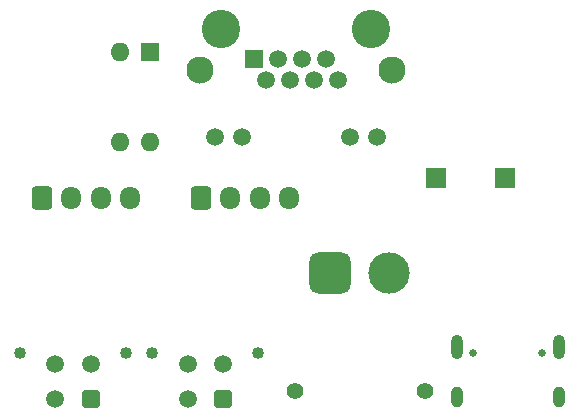
<source format=gbr>
%TF.GenerationSoftware,KiCad,Pcbnew,8.0.7-8.0.7-0~ubuntu22.04.1*%
%TF.CreationDate,2025-01-12T20:07:59+01:00*%
%TF.ProjectId,debug_can_usb,64656275-675f-4636-916e-5f7573622e6b,rev?*%
%TF.SameCoordinates,Original*%
%TF.FileFunction,Soldermask,Bot*%
%TF.FilePolarity,Negative*%
%FSLAX46Y46*%
G04 Gerber Fmt 4.6, Leading zero omitted, Abs format (unit mm)*
G04 Created by KiCad (PCBNEW 8.0.7-8.0.7-0~ubuntu22.04.1) date 2025-01-12 20:07:59*
%MOMM*%
%LPD*%
G01*
G04 APERTURE LIST*
G04 Aperture macros list*
%AMRoundRect*
0 Rectangle with rounded corners*
0 $1 Rounding radius*
0 $2 $3 $4 $5 $6 $7 $8 $9 X,Y pos of 4 corners*
0 Add a 4 corners polygon primitive as box body*
4,1,4,$2,$3,$4,$5,$6,$7,$8,$9,$2,$3,0*
0 Add four circle primitives for the rounded corners*
1,1,$1+$1,$2,$3*
1,1,$1+$1,$4,$5*
1,1,$1+$1,$6,$7*
1,1,$1+$1,$8,$9*
0 Add four rect primitives between the rounded corners*
20,1,$1+$1,$2,$3,$4,$5,0*
20,1,$1+$1,$4,$5,$6,$7,0*
20,1,$1+$1,$6,$7,$8,$9,0*
20,1,$1+$1,$8,$9,$2,$3,0*%
G04 Aperture macros list end*
%ADD10C,1.020000*%
%ADD11RoundRect,0.250001X0.499999X0.499999X-0.499999X0.499999X-0.499999X-0.499999X0.499999X-0.499999X0*%
%ADD12C,1.500000*%
%ADD13C,0.650000*%
%ADD14O,1.000000X2.100000*%
%ADD15O,1.000000X1.800000*%
%ADD16RoundRect,0.250000X-0.600000X-0.725000X0.600000X-0.725000X0.600000X0.725000X-0.600000X0.725000X0*%
%ADD17O,1.700000X1.950000*%
%ADD18R,1.700000X1.700000*%
%ADD19R,1.600000X1.600000*%
%ADD20O,1.600000X1.600000*%
%ADD21C,1.400000*%
%ADD22RoundRect,0.770000X0.980000X0.980000X-0.980000X0.980000X-0.980000X-0.980000X0.980000X-0.980000X0*%
%ADD23C,3.500000*%
%ADD24C,3.250000*%
%ADD25R,1.500000X1.500000*%
%ADD26C,2.300000*%
G04 APERTURE END LIST*
D10*
%TO.C,U2*%
X144920000Y-95550001D03*
X135920000Y-95550001D03*
D11*
X141920000Y-99490001D03*
D12*
X138920000Y-99490001D03*
X141920000Y-96490001D03*
X138920000Y-96490001D03*
%TD*%
D13*
%TO.C,J5*%
X163130000Y-95600001D03*
X168910000Y-95600001D03*
D14*
X161700000Y-95080001D03*
D15*
X161700000Y-99280001D03*
D14*
X170340000Y-95080001D03*
D15*
X170340000Y-99280001D03*
%TD*%
D16*
%TO.C,J3*%
X140020000Y-82490001D03*
D17*
X142520000Y-82490001D03*
X145020000Y-82490001D03*
X147520000Y-82490001D03*
%TD*%
D18*
%TO.C,J4*%
X165820000Y-80790001D03*
%TD*%
D10*
%TO.C,U3*%
X133720000Y-95550001D03*
X124720000Y-95550001D03*
D11*
X130720000Y-99490001D03*
D12*
X127720000Y-99490001D03*
X130720000Y-96490001D03*
X127720000Y-96490001D03*
%TD*%
D19*
%TO.C,SW1*%
X135720000Y-70090001D03*
D20*
X133180000Y-70090001D03*
X133180000Y-77710001D03*
X135720000Y-77710001D03*
%TD*%
D16*
%TO.C,J1*%
X126570000Y-82465001D03*
D17*
X129070000Y-82465001D03*
X131570000Y-82465001D03*
X134070000Y-82465001D03*
%TD*%
D21*
%TO.C,J7*%
X159000000Y-98805001D03*
X148000000Y-98805001D03*
D22*
X151000000Y-88805001D03*
D23*
X156000000Y-88805001D03*
%TD*%
D24*
%TO.C,J2*%
X141734000Y-68150001D03*
X154434000Y-68150001D03*
D25*
X144524000Y-70690001D03*
D12*
X145540000Y-72470002D03*
X146556000Y-70690001D03*
X147572000Y-72470002D03*
X148588000Y-70690001D03*
X149604000Y-72470002D03*
X150620000Y-70690001D03*
X151635999Y-72470001D03*
X141224000Y-77290001D03*
X143514000Y-77290001D03*
X152654000Y-77290001D03*
X154944000Y-77290001D03*
D26*
X139954000Y-71580001D03*
X156214000Y-71580001D03*
%TD*%
D18*
%TO.C,J6*%
X159920000Y-80790001D03*
%TD*%
M02*

</source>
